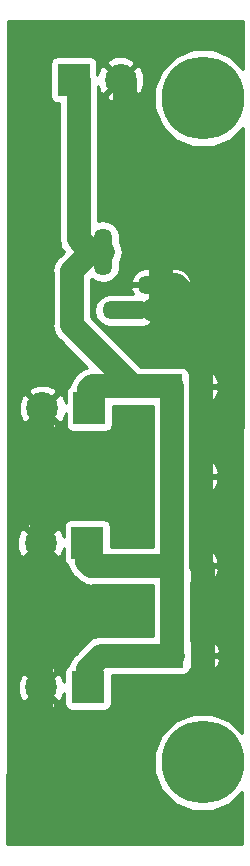
<source format=gbr>
G04 #@! TF.GenerationSoftware,KiCad,Pcbnew,(5.0.0-3-g5ebb6b6)*
G04 #@! TF.CreationDate,2019-05-02T13:21:36+02:00*
G04 #@! TF.ProjectId,Power Board,506F77657220426F6172642E6B696361,rev?*
G04 #@! TF.SameCoordinates,Original*
G04 #@! TF.FileFunction,Copper,L2,Bot,Signal*
G04 #@! TF.FilePolarity,Positive*
%FSLAX46Y46*%
G04 Gerber Fmt 4.6, Leading zero omitted, Abs format (unit mm)*
G04 Created by KiCad (PCBNEW (5.0.0-3-g5ebb6b6)) date Thursday, 02 May 2019 at 13:21:36*
%MOMM*%
%LPD*%
G01*
G04 APERTURE LIST*
G04 #@! TA.AperFunction,ComponentPad*
%ADD10C,7.000000*%
G04 #@! TD*
G04 #@! TA.AperFunction,ComponentPad*
%ADD11O,1.524000X4.000000*%
G04 #@! TD*
G04 #@! TA.AperFunction,ComponentPad*
%ADD12O,4.000000X1.524000*%
G04 #@! TD*
G04 #@! TA.AperFunction,ComponentPad*
%ADD13R,1.700000X2.000000*%
G04 #@! TD*
G04 #@! TA.AperFunction,ComponentPad*
%ADD14O,1.700000X2.000000*%
G04 #@! TD*
G04 #@! TA.AperFunction,ComponentPad*
%ADD15R,2.700000X2.700000*%
G04 #@! TD*
G04 #@! TA.AperFunction,ComponentPad*
%ADD16C,2.700000*%
G04 #@! TD*
G04 #@! TA.AperFunction,Conductor*
%ADD17C,2.000000*%
G04 #@! TD*
G04 #@! TA.AperFunction,Conductor*
%ADD18C,0.254000*%
G04 #@! TD*
G04 APERTURE END LIST*
D10*
G04 #@! TO.P,REF\002A\002A,1*
G04 #@! TO.N,N/C*
X158050000Y-138750000D03*
G04 #@! TD*
D11*
G04 #@! TO.P,J1,1*
G04 #@! TO.N,Net-(J1-Pad1)*
X149630000Y-95510000D03*
D12*
G04 #@! TO.P,J1,2*
G04 #@! TO.N,Net-(J1-Pad2)*
X154530000Y-98320000D03*
G04 #@! TO.P,J1,3*
G04 #@! TO.N,N/C*
X151540000Y-100480000D03*
G04 #@! TD*
D13*
G04 #@! TO.P,J2,1*
G04 #@! TO.N,Net-(J1-Pad1)*
X155550000Y-129700000D03*
D14*
G04 #@! TO.P,J2,2*
G04 #@! TO.N,Net-(J1-Pad2)*
X158050000Y-129700000D03*
G04 #@! TD*
G04 #@! TO.P,J3,2*
G04 #@! TO.N,Net-(J1-Pad2)*
X157950000Y-122100000D03*
D13*
G04 #@! TO.P,J3,1*
G04 #@! TO.N,Net-(J1-Pad1)*
X155450000Y-122100000D03*
G04 #@! TD*
G04 #@! TO.P,J4,1*
G04 #@! TO.N,Net-(J1-Pad1)*
X155450000Y-114500000D03*
D14*
G04 #@! TO.P,J4,2*
G04 #@! TO.N,Net-(J1-Pad2)*
X157950000Y-114500000D03*
G04 #@! TD*
G04 #@! TO.P,J5,2*
G04 #@! TO.N,Net-(J1-Pad2)*
X157950000Y-106900000D03*
D13*
G04 #@! TO.P,J5,1*
G04 #@! TO.N,Net-(J1-Pad1)*
X155450000Y-106900000D03*
G04 #@! TD*
D15*
G04 #@! TO.P,J6,1*
G04 #@! TO.N,Net-(J1-Pad1)*
X148350000Y-132400000D03*
D16*
G04 #@! TO.P,J6,2*
G04 #@! TO.N,Net-(J1-Pad2)*
X144390000Y-132400000D03*
G04 #@! TD*
G04 #@! TO.P,J7,2*
G04 #@! TO.N,Net-(J1-Pad2)*
X144340000Y-120150000D03*
D15*
G04 #@! TO.P,J7,1*
G04 #@! TO.N,Net-(J1-Pad1)*
X148300000Y-120150000D03*
G04 #@! TD*
D10*
G04 #@! TO.P,REF\002A\002A,1*
G04 #@! TO.N,N/C*
X158100000Y-82500000D03*
G04 #@! TD*
D15*
G04 #@! TO.P,J8,1*
G04 #@! TO.N,Net-(J1-Pad1)*
X147150000Y-80950000D03*
D16*
G04 #@! TO.P,J8,2*
G04 #@! TO.N,Net-(J1-Pad2)*
X151110000Y-80950000D03*
G04 #@! TD*
G04 #@! TO.P,J9,2*
G04 #@! TO.N,Net-(J1-Pad2)*
X144500000Y-108750000D03*
D15*
G04 #@! TO.P,J9,1*
G04 #@! TO.N,Net-(J1-Pad1)*
X148460000Y-108750000D03*
G04 #@! TD*
D17*
G04 #@! TO.N,Net-(J1-Pad1)*
X155450000Y-108150000D02*
X155450000Y-114500000D01*
X155450000Y-106900000D02*
X155450000Y-108150000D01*
X155450000Y-114500000D02*
X155450000Y-122100000D01*
X155450000Y-129600000D02*
X155550000Y-129700000D01*
X155450000Y-122100000D02*
X155450000Y-129600000D01*
X149450000Y-129700000D02*
X148350000Y-130800000D01*
X148350000Y-130800000D02*
X148350000Y-132400000D01*
X155550000Y-129700000D02*
X149450000Y-129700000D01*
X148300000Y-121750000D02*
X148300000Y-120150000D01*
X148650000Y-122100000D02*
X148300000Y-121750000D01*
X155450000Y-122100000D02*
X148650000Y-122100000D01*
X147000000Y-97128000D02*
X147000000Y-101750000D01*
X148618000Y-95510000D02*
X147000000Y-97128000D01*
X152150000Y-106900000D02*
X155450000Y-106900000D01*
X147000000Y-101750000D02*
X152150000Y-106900000D01*
X148618000Y-95510000D02*
X149630000Y-95510000D01*
X147550000Y-94442000D02*
X148618000Y-95510000D01*
X147550000Y-80950000D02*
X147550000Y-94442000D01*
X148710000Y-106900000D02*
X152150000Y-106900000D01*
X148460000Y-107150000D02*
X148710000Y-106900000D01*
X148460000Y-108750000D02*
X148460000Y-107150000D01*
G04 #@! TO.N,Net-(J1-Pad2)*
X144390000Y-120200000D02*
X144340000Y-120150000D01*
X144390000Y-132400000D02*
X144390000Y-120200000D01*
X144390000Y-132400000D02*
X144390000Y-135990000D01*
X144390000Y-135990000D02*
X146100000Y-137700000D01*
X146100000Y-137700000D02*
X151200000Y-137700000D01*
X151200000Y-137700000D02*
X153000000Y-135900000D01*
X153000000Y-135900000D02*
X153000000Y-134150000D01*
X153000000Y-134150000D02*
X154100000Y-133050000D01*
X154100000Y-133050000D02*
X156400000Y-133050000D01*
X158050000Y-131400000D02*
X158050000Y-129700000D01*
X156400000Y-133050000D02*
X158050000Y-131400000D01*
X158050000Y-122200000D02*
X157950000Y-122100000D01*
X158050000Y-129700000D02*
X158050000Y-122200000D01*
X157950000Y-122100000D02*
X157950000Y-114500000D01*
X157950000Y-114500000D02*
X157950000Y-106900000D01*
X155768000Y-98320000D02*
X154530000Y-98320000D01*
X157950000Y-100502000D02*
X155768000Y-98320000D01*
X157950000Y-106900000D02*
X157950000Y-100502000D01*
X154530000Y-100265264D02*
X154345264Y-100450000D01*
X154530000Y-98320000D02*
X154530000Y-100265264D01*
X154345264Y-100450000D02*
X153865010Y-100450000D01*
X151510000Y-80950000D02*
X151510000Y-88360000D01*
X154530000Y-91380000D02*
X154530000Y-98320000D01*
X151510000Y-88360000D02*
X154530000Y-91380000D01*
X144500000Y-119990000D02*
X144340000Y-120150000D01*
X144500000Y-108750000D02*
X144500000Y-119990000D01*
G04 #@! TD*
D18*
G04 #@! TO.N,Net-(J1-Pad2)*
G36*
X161461681Y-80013909D02*
X160442289Y-78994517D01*
X158922503Y-78365000D01*
X157277497Y-78365000D01*
X155757711Y-78994517D01*
X154594517Y-80157711D01*
X153965000Y-81677497D01*
X153965000Y-83322503D01*
X154594517Y-84842289D01*
X155757711Y-86005483D01*
X157277497Y-86635000D01*
X158922503Y-86635000D01*
X160442289Y-86005483D01*
X161458177Y-84989595D01*
X161422061Y-136274289D01*
X160392289Y-135244517D01*
X158872503Y-134615000D01*
X157227497Y-134615000D01*
X155707711Y-135244517D01*
X154544517Y-136407711D01*
X153915000Y-137927497D01*
X153915000Y-139572503D01*
X154544517Y-141092289D01*
X155707711Y-142255483D01*
X157227497Y-142885000D01*
X158872503Y-142885000D01*
X160392289Y-142255483D01*
X161418572Y-141229200D01*
X161415465Y-145640000D01*
X141535464Y-145640000D01*
X141543797Y-133805593D01*
X143164012Y-133805593D01*
X143305478Y-134108782D01*
X144041955Y-134393737D01*
X144831418Y-134375164D01*
X145474522Y-134108782D01*
X145615988Y-133805593D01*
X144390000Y-132579605D01*
X143164012Y-133805593D01*
X141543797Y-133805593D01*
X141545032Y-132051955D01*
X142396263Y-132051955D01*
X142414836Y-132841418D01*
X142681218Y-133484522D01*
X142984407Y-133625988D01*
X144210395Y-132400000D01*
X142984407Y-131174012D01*
X142681218Y-131315478D01*
X142396263Y-132051955D01*
X141545032Y-132051955D01*
X141545776Y-130994407D01*
X143164012Y-130994407D01*
X144390000Y-132220395D01*
X145615988Y-130994407D01*
X145474522Y-130691218D01*
X144738045Y-130406263D01*
X143948582Y-130424836D01*
X143305478Y-130691218D01*
X143164012Y-130994407D01*
X141545776Y-130994407D01*
X141552424Y-121555593D01*
X143114012Y-121555593D01*
X143255478Y-121858782D01*
X143991955Y-122143737D01*
X144781418Y-122125164D01*
X145424522Y-121858782D01*
X145565988Y-121555593D01*
X144340000Y-120329605D01*
X143114012Y-121555593D01*
X141552424Y-121555593D01*
X141553659Y-119801955D01*
X142346263Y-119801955D01*
X142364836Y-120591418D01*
X142631218Y-121234522D01*
X142934407Y-121375988D01*
X144160395Y-120150000D01*
X144519605Y-120150000D01*
X145745593Y-121375988D01*
X146048782Y-121234522D01*
X146302560Y-120578623D01*
X146302560Y-121500000D01*
X146351843Y-121747765D01*
X146492191Y-121957809D01*
X146702220Y-122098147D01*
X146759864Y-122387944D01*
X147121231Y-122928769D01*
X147257750Y-123019988D01*
X147380012Y-123142250D01*
X147471231Y-123278769D01*
X147888844Y-123557809D01*
X148012055Y-123640136D01*
X148650000Y-123767031D01*
X148811031Y-123735000D01*
X153815000Y-123735000D01*
X153815001Y-128065000D01*
X149611030Y-128065000D01*
X149450000Y-128032969D01*
X149288970Y-128065000D01*
X149288969Y-128065000D01*
X148812055Y-128159864D01*
X148271231Y-128521231D01*
X148180014Y-128657747D01*
X147307750Y-129530012D01*
X147171231Y-129621231D01*
X146809864Y-130162056D01*
X146757594Y-130424836D01*
X146752220Y-130451853D01*
X146542191Y-130592191D01*
X146401843Y-130802235D01*
X146352560Y-131050000D01*
X146352560Y-131928153D01*
X146098782Y-131315478D01*
X145795593Y-131174012D01*
X144569605Y-132400000D01*
X145795593Y-133625988D01*
X146098782Y-133484522D01*
X146352560Y-132828623D01*
X146352560Y-133750000D01*
X146401843Y-133997765D01*
X146542191Y-134207809D01*
X146752235Y-134348157D01*
X147000000Y-134397440D01*
X149700000Y-134397440D01*
X149947765Y-134348157D01*
X150157809Y-134207809D01*
X150298157Y-133997765D01*
X150347440Y-133750000D01*
X150347440Y-131335000D01*
X154637459Y-131335000D01*
X154700000Y-131347440D01*
X155451513Y-131347440D01*
X155549999Y-131367030D01*
X155648485Y-131347440D01*
X156400000Y-131347440D01*
X156647765Y-131298157D01*
X156857809Y-131157809D01*
X156998157Y-130947765D01*
X157012388Y-130876218D01*
X157157955Y-131038664D01*
X157680740Y-131289553D01*
X157693110Y-131291476D01*
X157923000Y-131170155D01*
X157923000Y-129827000D01*
X158177000Y-129827000D01*
X158177000Y-131170155D01*
X158406890Y-131291476D01*
X158419260Y-131289553D01*
X158942045Y-131038664D01*
X159329024Y-130606812D01*
X159521284Y-130059742D01*
X159377231Y-129827000D01*
X158177000Y-129827000D01*
X157923000Y-129827000D01*
X157903000Y-129827000D01*
X157903000Y-129573000D01*
X157923000Y-129573000D01*
X157923000Y-128229845D01*
X158177000Y-128229845D01*
X158177000Y-129573000D01*
X159377231Y-129573000D01*
X159521284Y-129340258D01*
X159329024Y-128793188D01*
X158942045Y-128361336D01*
X158419260Y-128110447D01*
X158406890Y-128108524D01*
X158177000Y-128229845D01*
X157923000Y-128229845D01*
X157693110Y-128108524D01*
X157680740Y-128110447D01*
X157157955Y-128361336D01*
X157085000Y-128442751D01*
X157085000Y-123451643D01*
X157580740Y-123689553D01*
X157593110Y-123691476D01*
X157823000Y-123570155D01*
X157823000Y-122227000D01*
X158077000Y-122227000D01*
X158077000Y-123570155D01*
X158306890Y-123691476D01*
X158319260Y-123689553D01*
X158842045Y-123438664D01*
X159229024Y-123006812D01*
X159421284Y-122459742D01*
X159277231Y-122227000D01*
X158077000Y-122227000D01*
X157823000Y-122227000D01*
X157803000Y-122227000D01*
X157803000Y-121973000D01*
X157823000Y-121973000D01*
X157823000Y-120629845D01*
X158077000Y-120629845D01*
X158077000Y-121973000D01*
X159277231Y-121973000D01*
X159421284Y-121740258D01*
X159229024Y-121193188D01*
X158842045Y-120761336D01*
X158319260Y-120510447D01*
X158306890Y-120508524D01*
X158077000Y-120629845D01*
X157823000Y-120629845D01*
X157593110Y-120508524D01*
X157580740Y-120510447D01*
X157085000Y-120748357D01*
X157085000Y-115851643D01*
X157580740Y-116089553D01*
X157593110Y-116091476D01*
X157823000Y-115970155D01*
X157823000Y-114627000D01*
X158077000Y-114627000D01*
X158077000Y-115970155D01*
X158306890Y-116091476D01*
X158319260Y-116089553D01*
X158842045Y-115838664D01*
X159229024Y-115406812D01*
X159421284Y-114859742D01*
X159277231Y-114627000D01*
X158077000Y-114627000D01*
X157823000Y-114627000D01*
X157803000Y-114627000D01*
X157803000Y-114373000D01*
X157823000Y-114373000D01*
X157823000Y-113029845D01*
X158077000Y-113029845D01*
X158077000Y-114373000D01*
X159277231Y-114373000D01*
X159421284Y-114140258D01*
X159229024Y-113593188D01*
X158842045Y-113161336D01*
X158319260Y-112910447D01*
X158306890Y-112908524D01*
X158077000Y-113029845D01*
X157823000Y-113029845D01*
X157593110Y-112908524D01*
X157580740Y-112910447D01*
X157085000Y-113148357D01*
X157085000Y-108251643D01*
X157580740Y-108489553D01*
X157593110Y-108491476D01*
X157823000Y-108370155D01*
X157823000Y-107027000D01*
X158077000Y-107027000D01*
X158077000Y-108370155D01*
X158306890Y-108491476D01*
X158319260Y-108489553D01*
X158842045Y-108238664D01*
X159229024Y-107806812D01*
X159421284Y-107259742D01*
X159277231Y-107027000D01*
X158077000Y-107027000D01*
X157823000Y-107027000D01*
X157803000Y-107027000D01*
X157803000Y-106773000D01*
X157823000Y-106773000D01*
X157823000Y-105429845D01*
X158077000Y-105429845D01*
X158077000Y-106773000D01*
X159277231Y-106773000D01*
X159421284Y-106540258D01*
X159229024Y-105993188D01*
X158842045Y-105561336D01*
X158319260Y-105310447D01*
X158306890Y-105308524D01*
X158077000Y-105429845D01*
X157823000Y-105429845D01*
X157593110Y-105308524D01*
X157580740Y-105310447D01*
X157057955Y-105561336D01*
X156912388Y-105723782D01*
X156898157Y-105652235D01*
X156757809Y-105442191D01*
X156547765Y-105301843D01*
X156300000Y-105252560D01*
X155548491Y-105252560D01*
X155450000Y-105232969D01*
X155351509Y-105252560D01*
X154600000Y-105252560D01*
X154537459Y-105265000D01*
X152827239Y-105265000D01*
X148635000Y-101072762D01*
X148635000Y-100480000D01*
X148877632Y-100480000D01*
X148986056Y-101025082D01*
X149294820Y-101487180D01*
X149756918Y-101795944D01*
X150164412Y-101877000D01*
X152915588Y-101877000D01*
X153323082Y-101795944D01*
X153785180Y-101487180D01*
X154093944Y-101025082D01*
X154202368Y-100480000D01*
X154093944Y-99934918D01*
X153948336Y-99717000D01*
X154403000Y-99717000D01*
X154403000Y-98447000D01*
X154657000Y-98447000D01*
X154657000Y-99717000D01*
X155895000Y-99717000D01*
X156419941Y-99562059D01*
X156845630Y-99218026D01*
X157107260Y-98737277D01*
X157122220Y-98663070D01*
X156999720Y-98447000D01*
X154657000Y-98447000D01*
X154403000Y-98447000D01*
X152060280Y-98447000D01*
X151937780Y-98663070D01*
X151952740Y-98737277D01*
X152140887Y-99083000D01*
X150164412Y-99083000D01*
X149756918Y-99164056D01*
X149294820Y-99472820D01*
X148986056Y-99934918D01*
X148877632Y-100480000D01*
X148635000Y-100480000D01*
X148635000Y-97805239D01*
X148660130Y-97780109D01*
X149084919Y-98063944D01*
X149630000Y-98172368D01*
X150175082Y-98063944D01*
X150305307Y-97976930D01*
X151937780Y-97976930D01*
X152060280Y-98193000D01*
X154403000Y-98193000D01*
X154403000Y-96923000D01*
X154657000Y-96923000D01*
X154657000Y-98193000D01*
X156999720Y-98193000D01*
X157122220Y-97976930D01*
X157107260Y-97902723D01*
X156845630Y-97421974D01*
X156419941Y-97077941D01*
X155895000Y-96923000D01*
X154657000Y-96923000D01*
X154403000Y-96923000D01*
X153165000Y-96923000D01*
X152640059Y-97077941D01*
X152214370Y-97421974D01*
X151952740Y-97902723D01*
X151937780Y-97976930D01*
X150305307Y-97976930D01*
X150637180Y-97755180D01*
X150945944Y-97293082D01*
X151027000Y-96885588D01*
X151027000Y-96362163D01*
X151170136Y-96147945D01*
X151297031Y-95510000D01*
X151170136Y-94872055D01*
X151027000Y-94657837D01*
X151027000Y-94134412D01*
X150945944Y-93726918D01*
X150637179Y-93264820D01*
X150175081Y-92956056D01*
X149630000Y-92847632D01*
X149185000Y-92936148D01*
X149185000Y-82355593D01*
X149884012Y-82355593D01*
X150025478Y-82658782D01*
X150761955Y-82943737D01*
X151551418Y-82925164D01*
X152194522Y-82658782D01*
X152335988Y-82355593D01*
X151110000Y-81129605D01*
X149884012Y-82355593D01*
X149185000Y-82355593D01*
X149185000Y-81512525D01*
X149401218Y-82034522D01*
X149704407Y-82175988D01*
X150930395Y-80950000D01*
X151289605Y-80950000D01*
X152515593Y-82175988D01*
X152818782Y-82034522D01*
X153103737Y-81298045D01*
X153085164Y-80508582D01*
X152818782Y-79865478D01*
X152515593Y-79724012D01*
X151289605Y-80950000D01*
X150930395Y-80950000D01*
X149704407Y-79724012D01*
X149401218Y-79865478D01*
X149147440Y-80521377D01*
X149147440Y-79600000D01*
X149136382Y-79544407D01*
X149884012Y-79544407D01*
X151110000Y-80770395D01*
X152335988Y-79544407D01*
X152194522Y-79241218D01*
X151458045Y-78956263D01*
X150668582Y-78974836D01*
X150025478Y-79241218D01*
X149884012Y-79544407D01*
X149136382Y-79544407D01*
X149098157Y-79352235D01*
X148957809Y-79142191D01*
X148747765Y-79001843D01*
X148500000Y-78952560D01*
X145800000Y-78952560D01*
X145552235Y-79001843D01*
X145342191Y-79142191D01*
X145201843Y-79352235D01*
X145152560Y-79600000D01*
X145152560Y-82300000D01*
X145201843Y-82547765D01*
X145342191Y-82757809D01*
X145552235Y-82898157D01*
X145800000Y-82947440D01*
X145915000Y-82947440D01*
X145915001Y-94280965D01*
X145882969Y-94442000D01*
X145968513Y-94872054D01*
X146009865Y-95079945D01*
X146300640Y-95515121D01*
X145957749Y-95858012D01*
X145821231Y-95949231D01*
X145459864Y-96490056D01*
X145420338Y-96688768D01*
X145332969Y-97128000D01*
X145365000Y-97289030D01*
X145365001Y-101588966D01*
X145332969Y-101750000D01*
X145459865Y-102387945D01*
X145821232Y-102928769D01*
X145957748Y-103019986D01*
X148260201Y-105322439D01*
X148072055Y-105359864D01*
X147531231Y-105721231D01*
X147440012Y-105857750D01*
X147417748Y-105880014D01*
X147281232Y-105971231D01*
X146919865Y-106512055D01*
X146862220Y-106801853D01*
X146652191Y-106942191D01*
X146511843Y-107152235D01*
X146462560Y-107400000D01*
X146462560Y-108278153D01*
X146208782Y-107665478D01*
X145905593Y-107524012D01*
X144679605Y-108750000D01*
X145905593Y-109975988D01*
X146208782Y-109834522D01*
X146462560Y-109178623D01*
X146462560Y-110100000D01*
X146511843Y-110347765D01*
X146652191Y-110557809D01*
X146862235Y-110698157D01*
X147110000Y-110747440D01*
X149810000Y-110747440D01*
X150057765Y-110698157D01*
X150267809Y-110557809D01*
X150408157Y-110347765D01*
X150457440Y-110100000D01*
X150457440Y-108535000D01*
X151988970Y-108535000D01*
X152150000Y-108567031D01*
X152311030Y-108535000D01*
X153815000Y-108535000D01*
X153815001Y-114338965D01*
X153815000Y-114338970D01*
X153815001Y-120465000D01*
X150297440Y-120465000D01*
X150297440Y-118800000D01*
X150248157Y-118552235D01*
X150107809Y-118342191D01*
X149897765Y-118201843D01*
X149650000Y-118152560D01*
X146950000Y-118152560D01*
X146702235Y-118201843D01*
X146492191Y-118342191D01*
X146351843Y-118552235D01*
X146302560Y-118800000D01*
X146302560Y-119678153D01*
X146048782Y-119065478D01*
X145745593Y-118924012D01*
X144519605Y-120150000D01*
X144160395Y-120150000D01*
X142934407Y-118924012D01*
X142631218Y-119065478D01*
X142346263Y-119801955D01*
X141553659Y-119801955D01*
X141554403Y-118744407D01*
X143114012Y-118744407D01*
X144340000Y-119970395D01*
X145565988Y-118744407D01*
X145424522Y-118441218D01*
X144688045Y-118156263D01*
X143898582Y-118174836D01*
X143255478Y-118441218D01*
X143114012Y-118744407D01*
X141554403Y-118744407D01*
X141560451Y-110155593D01*
X143274012Y-110155593D01*
X143415478Y-110458782D01*
X144151955Y-110743737D01*
X144941418Y-110725164D01*
X145584522Y-110458782D01*
X145725988Y-110155593D01*
X144500000Y-108929605D01*
X143274012Y-110155593D01*
X141560451Y-110155593D01*
X141561687Y-108401955D01*
X142506263Y-108401955D01*
X142524836Y-109191418D01*
X142791218Y-109834522D01*
X143094407Y-109975988D01*
X144320395Y-108750000D01*
X143094407Y-107524012D01*
X142791218Y-107665478D01*
X142506263Y-108401955D01*
X141561687Y-108401955D01*
X141562431Y-107344407D01*
X143274012Y-107344407D01*
X144500000Y-108570395D01*
X145725988Y-107344407D01*
X145584522Y-107041218D01*
X144848045Y-106756263D01*
X144058582Y-106774836D01*
X143415478Y-107041218D01*
X143274012Y-107344407D01*
X141562431Y-107344407D01*
X141584499Y-76010000D01*
X161464501Y-76010000D01*
X161461681Y-80013909D01*
X161461681Y-80013909D01*
G37*
X161461681Y-80013909D02*
X160442289Y-78994517D01*
X158922503Y-78365000D01*
X157277497Y-78365000D01*
X155757711Y-78994517D01*
X154594517Y-80157711D01*
X153965000Y-81677497D01*
X153965000Y-83322503D01*
X154594517Y-84842289D01*
X155757711Y-86005483D01*
X157277497Y-86635000D01*
X158922503Y-86635000D01*
X160442289Y-86005483D01*
X161458177Y-84989595D01*
X161422061Y-136274289D01*
X160392289Y-135244517D01*
X158872503Y-134615000D01*
X157227497Y-134615000D01*
X155707711Y-135244517D01*
X154544517Y-136407711D01*
X153915000Y-137927497D01*
X153915000Y-139572503D01*
X154544517Y-141092289D01*
X155707711Y-142255483D01*
X157227497Y-142885000D01*
X158872503Y-142885000D01*
X160392289Y-142255483D01*
X161418572Y-141229200D01*
X161415465Y-145640000D01*
X141535464Y-145640000D01*
X141543797Y-133805593D01*
X143164012Y-133805593D01*
X143305478Y-134108782D01*
X144041955Y-134393737D01*
X144831418Y-134375164D01*
X145474522Y-134108782D01*
X145615988Y-133805593D01*
X144390000Y-132579605D01*
X143164012Y-133805593D01*
X141543797Y-133805593D01*
X141545032Y-132051955D01*
X142396263Y-132051955D01*
X142414836Y-132841418D01*
X142681218Y-133484522D01*
X142984407Y-133625988D01*
X144210395Y-132400000D01*
X142984407Y-131174012D01*
X142681218Y-131315478D01*
X142396263Y-132051955D01*
X141545032Y-132051955D01*
X141545776Y-130994407D01*
X143164012Y-130994407D01*
X144390000Y-132220395D01*
X145615988Y-130994407D01*
X145474522Y-130691218D01*
X144738045Y-130406263D01*
X143948582Y-130424836D01*
X143305478Y-130691218D01*
X143164012Y-130994407D01*
X141545776Y-130994407D01*
X141552424Y-121555593D01*
X143114012Y-121555593D01*
X143255478Y-121858782D01*
X143991955Y-122143737D01*
X144781418Y-122125164D01*
X145424522Y-121858782D01*
X145565988Y-121555593D01*
X144340000Y-120329605D01*
X143114012Y-121555593D01*
X141552424Y-121555593D01*
X141553659Y-119801955D01*
X142346263Y-119801955D01*
X142364836Y-120591418D01*
X142631218Y-121234522D01*
X142934407Y-121375988D01*
X144160395Y-120150000D01*
X144519605Y-120150000D01*
X145745593Y-121375988D01*
X146048782Y-121234522D01*
X146302560Y-120578623D01*
X146302560Y-121500000D01*
X146351843Y-121747765D01*
X146492191Y-121957809D01*
X146702220Y-122098147D01*
X146759864Y-122387944D01*
X147121231Y-122928769D01*
X147257750Y-123019988D01*
X147380012Y-123142250D01*
X147471231Y-123278769D01*
X147888844Y-123557809D01*
X148012055Y-123640136D01*
X148650000Y-123767031D01*
X148811031Y-123735000D01*
X153815000Y-123735000D01*
X153815001Y-128065000D01*
X149611030Y-128065000D01*
X149450000Y-128032969D01*
X149288970Y-128065000D01*
X149288969Y-128065000D01*
X148812055Y-128159864D01*
X148271231Y-128521231D01*
X148180014Y-128657747D01*
X147307750Y-129530012D01*
X147171231Y-129621231D01*
X146809864Y-130162056D01*
X146757594Y-130424836D01*
X146752220Y-130451853D01*
X146542191Y-130592191D01*
X146401843Y-130802235D01*
X146352560Y-131050000D01*
X146352560Y-131928153D01*
X146098782Y-131315478D01*
X145795593Y-131174012D01*
X144569605Y-132400000D01*
X145795593Y-133625988D01*
X146098782Y-133484522D01*
X146352560Y-132828623D01*
X146352560Y-133750000D01*
X146401843Y-133997765D01*
X146542191Y-134207809D01*
X146752235Y-134348157D01*
X147000000Y-134397440D01*
X149700000Y-134397440D01*
X149947765Y-134348157D01*
X150157809Y-134207809D01*
X150298157Y-133997765D01*
X150347440Y-133750000D01*
X150347440Y-131335000D01*
X154637459Y-131335000D01*
X154700000Y-131347440D01*
X155451513Y-131347440D01*
X155549999Y-131367030D01*
X155648485Y-131347440D01*
X156400000Y-131347440D01*
X156647765Y-131298157D01*
X156857809Y-131157809D01*
X156998157Y-130947765D01*
X157012388Y-130876218D01*
X157157955Y-131038664D01*
X157680740Y-131289553D01*
X157693110Y-131291476D01*
X157923000Y-131170155D01*
X157923000Y-129827000D01*
X158177000Y-129827000D01*
X158177000Y-131170155D01*
X158406890Y-131291476D01*
X158419260Y-131289553D01*
X158942045Y-131038664D01*
X159329024Y-130606812D01*
X159521284Y-130059742D01*
X159377231Y-129827000D01*
X158177000Y-129827000D01*
X157923000Y-129827000D01*
X157903000Y-129827000D01*
X157903000Y-129573000D01*
X157923000Y-129573000D01*
X157923000Y-128229845D01*
X158177000Y-128229845D01*
X158177000Y-129573000D01*
X159377231Y-129573000D01*
X159521284Y-129340258D01*
X159329024Y-128793188D01*
X158942045Y-128361336D01*
X158419260Y-128110447D01*
X158406890Y-128108524D01*
X158177000Y-128229845D01*
X157923000Y-128229845D01*
X157693110Y-128108524D01*
X157680740Y-128110447D01*
X157157955Y-128361336D01*
X157085000Y-128442751D01*
X157085000Y-123451643D01*
X157580740Y-123689553D01*
X157593110Y-123691476D01*
X157823000Y-123570155D01*
X157823000Y-122227000D01*
X158077000Y-122227000D01*
X158077000Y-123570155D01*
X158306890Y-123691476D01*
X158319260Y-123689553D01*
X158842045Y-123438664D01*
X159229024Y-123006812D01*
X159421284Y-122459742D01*
X159277231Y-122227000D01*
X158077000Y-122227000D01*
X157823000Y-122227000D01*
X157803000Y-122227000D01*
X157803000Y-121973000D01*
X157823000Y-121973000D01*
X157823000Y-120629845D01*
X158077000Y-120629845D01*
X158077000Y-121973000D01*
X159277231Y-121973000D01*
X159421284Y-121740258D01*
X159229024Y-121193188D01*
X158842045Y-120761336D01*
X158319260Y-120510447D01*
X158306890Y-120508524D01*
X158077000Y-120629845D01*
X157823000Y-120629845D01*
X157593110Y-120508524D01*
X157580740Y-120510447D01*
X157085000Y-120748357D01*
X157085000Y-115851643D01*
X157580740Y-116089553D01*
X157593110Y-116091476D01*
X157823000Y-115970155D01*
X157823000Y-114627000D01*
X158077000Y-114627000D01*
X158077000Y-115970155D01*
X158306890Y-116091476D01*
X158319260Y-116089553D01*
X158842045Y-115838664D01*
X159229024Y-115406812D01*
X159421284Y-114859742D01*
X159277231Y-114627000D01*
X158077000Y-114627000D01*
X157823000Y-114627000D01*
X157803000Y-114627000D01*
X157803000Y-114373000D01*
X157823000Y-114373000D01*
X157823000Y-113029845D01*
X158077000Y-113029845D01*
X158077000Y-114373000D01*
X159277231Y-114373000D01*
X159421284Y-114140258D01*
X159229024Y-113593188D01*
X158842045Y-113161336D01*
X158319260Y-112910447D01*
X158306890Y-112908524D01*
X158077000Y-113029845D01*
X157823000Y-113029845D01*
X157593110Y-112908524D01*
X157580740Y-112910447D01*
X157085000Y-113148357D01*
X157085000Y-108251643D01*
X157580740Y-108489553D01*
X157593110Y-108491476D01*
X157823000Y-108370155D01*
X157823000Y-107027000D01*
X158077000Y-107027000D01*
X158077000Y-108370155D01*
X158306890Y-108491476D01*
X158319260Y-108489553D01*
X158842045Y-108238664D01*
X159229024Y-107806812D01*
X159421284Y-107259742D01*
X159277231Y-107027000D01*
X158077000Y-107027000D01*
X157823000Y-107027000D01*
X157803000Y-107027000D01*
X157803000Y-106773000D01*
X157823000Y-106773000D01*
X157823000Y-105429845D01*
X158077000Y-105429845D01*
X158077000Y-106773000D01*
X159277231Y-106773000D01*
X159421284Y-106540258D01*
X159229024Y-105993188D01*
X158842045Y-105561336D01*
X158319260Y-105310447D01*
X158306890Y-105308524D01*
X158077000Y-105429845D01*
X157823000Y-105429845D01*
X157593110Y-105308524D01*
X157580740Y-105310447D01*
X157057955Y-105561336D01*
X156912388Y-105723782D01*
X156898157Y-105652235D01*
X156757809Y-105442191D01*
X156547765Y-105301843D01*
X156300000Y-105252560D01*
X155548491Y-105252560D01*
X155450000Y-105232969D01*
X155351509Y-105252560D01*
X154600000Y-105252560D01*
X154537459Y-105265000D01*
X152827239Y-105265000D01*
X148635000Y-101072762D01*
X148635000Y-100480000D01*
X148877632Y-100480000D01*
X148986056Y-101025082D01*
X149294820Y-101487180D01*
X149756918Y-101795944D01*
X150164412Y-101877000D01*
X152915588Y-101877000D01*
X153323082Y-101795944D01*
X153785180Y-101487180D01*
X154093944Y-101025082D01*
X154202368Y-100480000D01*
X154093944Y-99934918D01*
X153948336Y-99717000D01*
X154403000Y-99717000D01*
X154403000Y-98447000D01*
X154657000Y-98447000D01*
X154657000Y-99717000D01*
X155895000Y-99717000D01*
X156419941Y-99562059D01*
X156845630Y-99218026D01*
X157107260Y-98737277D01*
X157122220Y-98663070D01*
X156999720Y-98447000D01*
X154657000Y-98447000D01*
X154403000Y-98447000D01*
X152060280Y-98447000D01*
X151937780Y-98663070D01*
X151952740Y-98737277D01*
X152140887Y-99083000D01*
X150164412Y-99083000D01*
X149756918Y-99164056D01*
X149294820Y-99472820D01*
X148986056Y-99934918D01*
X148877632Y-100480000D01*
X148635000Y-100480000D01*
X148635000Y-97805239D01*
X148660130Y-97780109D01*
X149084919Y-98063944D01*
X149630000Y-98172368D01*
X150175082Y-98063944D01*
X150305307Y-97976930D01*
X151937780Y-97976930D01*
X152060280Y-98193000D01*
X154403000Y-98193000D01*
X154403000Y-96923000D01*
X154657000Y-96923000D01*
X154657000Y-98193000D01*
X156999720Y-98193000D01*
X157122220Y-97976930D01*
X157107260Y-97902723D01*
X156845630Y-97421974D01*
X156419941Y-97077941D01*
X155895000Y-96923000D01*
X154657000Y-96923000D01*
X154403000Y-96923000D01*
X153165000Y-96923000D01*
X152640059Y-97077941D01*
X152214370Y-97421974D01*
X151952740Y-97902723D01*
X151937780Y-97976930D01*
X150305307Y-97976930D01*
X150637180Y-97755180D01*
X150945944Y-97293082D01*
X151027000Y-96885588D01*
X151027000Y-96362163D01*
X151170136Y-96147945D01*
X151297031Y-95510000D01*
X151170136Y-94872055D01*
X151027000Y-94657837D01*
X151027000Y-94134412D01*
X150945944Y-93726918D01*
X150637179Y-93264820D01*
X150175081Y-92956056D01*
X149630000Y-92847632D01*
X149185000Y-92936148D01*
X149185000Y-82355593D01*
X149884012Y-82355593D01*
X150025478Y-82658782D01*
X150761955Y-82943737D01*
X151551418Y-82925164D01*
X152194522Y-82658782D01*
X152335988Y-82355593D01*
X151110000Y-81129605D01*
X149884012Y-82355593D01*
X149185000Y-82355593D01*
X149185000Y-81512525D01*
X149401218Y-82034522D01*
X149704407Y-82175988D01*
X150930395Y-80950000D01*
X151289605Y-80950000D01*
X152515593Y-82175988D01*
X152818782Y-82034522D01*
X153103737Y-81298045D01*
X153085164Y-80508582D01*
X152818782Y-79865478D01*
X152515593Y-79724012D01*
X151289605Y-80950000D01*
X150930395Y-80950000D01*
X149704407Y-79724012D01*
X149401218Y-79865478D01*
X149147440Y-80521377D01*
X149147440Y-79600000D01*
X149136382Y-79544407D01*
X149884012Y-79544407D01*
X151110000Y-80770395D01*
X152335988Y-79544407D01*
X152194522Y-79241218D01*
X151458045Y-78956263D01*
X150668582Y-78974836D01*
X150025478Y-79241218D01*
X149884012Y-79544407D01*
X149136382Y-79544407D01*
X149098157Y-79352235D01*
X148957809Y-79142191D01*
X148747765Y-79001843D01*
X148500000Y-78952560D01*
X145800000Y-78952560D01*
X145552235Y-79001843D01*
X145342191Y-79142191D01*
X145201843Y-79352235D01*
X145152560Y-79600000D01*
X145152560Y-82300000D01*
X145201843Y-82547765D01*
X145342191Y-82757809D01*
X145552235Y-82898157D01*
X145800000Y-82947440D01*
X145915000Y-82947440D01*
X145915001Y-94280965D01*
X145882969Y-94442000D01*
X145968513Y-94872054D01*
X146009865Y-95079945D01*
X146300640Y-95515121D01*
X145957749Y-95858012D01*
X145821231Y-95949231D01*
X145459864Y-96490056D01*
X145420338Y-96688768D01*
X145332969Y-97128000D01*
X145365000Y-97289030D01*
X145365001Y-101588966D01*
X145332969Y-101750000D01*
X145459865Y-102387945D01*
X145821232Y-102928769D01*
X145957748Y-103019986D01*
X148260201Y-105322439D01*
X148072055Y-105359864D01*
X147531231Y-105721231D01*
X147440012Y-105857750D01*
X147417748Y-105880014D01*
X147281232Y-105971231D01*
X146919865Y-106512055D01*
X146862220Y-106801853D01*
X146652191Y-106942191D01*
X146511843Y-107152235D01*
X146462560Y-107400000D01*
X146462560Y-108278153D01*
X146208782Y-107665478D01*
X145905593Y-107524012D01*
X144679605Y-108750000D01*
X145905593Y-109975988D01*
X146208782Y-109834522D01*
X146462560Y-109178623D01*
X146462560Y-110100000D01*
X146511843Y-110347765D01*
X146652191Y-110557809D01*
X146862235Y-110698157D01*
X147110000Y-110747440D01*
X149810000Y-110747440D01*
X150057765Y-110698157D01*
X150267809Y-110557809D01*
X150408157Y-110347765D01*
X150457440Y-110100000D01*
X150457440Y-108535000D01*
X151988970Y-108535000D01*
X152150000Y-108567031D01*
X152311030Y-108535000D01*
X153815000Y-108535000D01*
X153815001Y-114338965D01*
X153815000Y-114338970D01*
X153815001Y-120465000D01*
X150297440Y-120465000D01*
X150297440Y-118800000D01*
X150248157Y-118552235D01*
X150107809Y-118342191D01*
X149897765Y-118201843D01*
X149650000Y-118152560D01*
X146950000Y-118152560D01*
X146702235Y-118201843D01*
X146492191Y-118342191D01*
X146351843Y-118552235D01*
X146302560Y-118800000D01*
X146302560Y-119678153D01*
X146048782Y-119065478D01*
X145745593Y-118924012D01*
X144519605Y-120150000D01*
X144160395Y-120150000D01*
X142934407Y-118924012D01*
X142631218Y-119065478D01*
X142346263Y-119801955D01*
X141553659Y-119801955D01*
X141554403Y-118744407D01*
X143114012Y-118744407D01*
X144340000Y-119970395D01*
X145565988Y-118744407D01*
X145424522Y-118441218D01*
X144688045Y-118156263D01*
X143898582Y-118174836D01*
X143255478Y-118441218D01*
X143114012Y-118744407D01*
X141554403Y-118744407D01*
X141560451Y-110155593D01*
X143274012Y-110155593D01*
X143415478Y-110458782D01*
X144151955Y-110743737D01*
X144941418Y-110725164D01*
X145584522Y-110458782D01*
X145725988Y-110155593D01*
X144500000Y-108929605D01*
X143274012Y-110155593D01*
X141560451Y-110155593D01*
X141561687Y-108401955D01*
X142506263Y-108401955D01*
X142524836Y-109191418D01*
X142791218Y-109834522D01*
X143094407Y-109975988D01*
X144320395Y-108750000D01*
X143094407Y-107524012D01*
X142791218Y-107665478D01*
X142506263Y-108401955D01*
X141561687Y-108401955D01*
X141562431Y-107344407D01*
X143274012Y-107344407D01*
X144500000Y-108570395D01*
X145725988Y-107344407D01*
X145584522Y-107041218D01*
X144848045Y-106756263D01*
X144058582Y-106774836D01*
X143415478Y-107041218D01*
X143274012Y-107344407D01*
X141562431Y-107344407D01*
X141584499Y-76010000D01*
X161464501Y-76010000D01*
X161461681Y-80013909D01*
G04 #@! TD*
M02*

</source>
